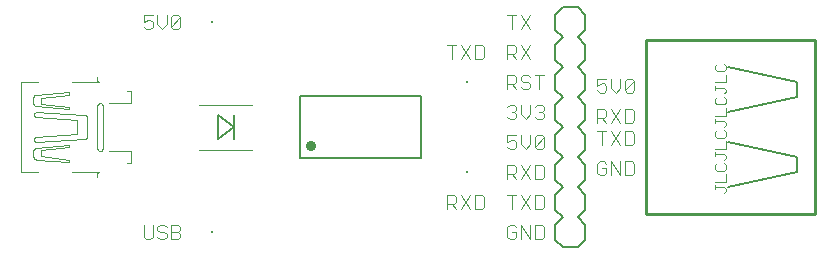
<source format=gto>
G75*
%MOIN*%
%OFA0B0*%
%FSLAX25Y25*%
%IPPOS*%
%LPD*%
%AMOC8*
5,1,8,0,0,1.08239X$1,22.5*
%
%ADD10C,0.00400*%
%ADD11C,0.00300*%
%ADD12C,0.00800*%
%ADD13C,0.03482*%
%ADD14R,0.00787X0.00787*%
%ADD15C,0.01000*%
%ADD16C,0.00600*%
D10*
X0042200Y0015067D02*
X0042967Y0014300D01*
X0044502Y0014300D01*
X0045269Y0015067D01*
X0045269Y0018904D01*
X0046804Y0018137D02*
X0046804Y0017369D01*
X0047571Y0016602D01*
X0049106Y0016602D01*
X0049873Y0015835D01*
X0049873Y0015067D01*
X0049106Y0014300D01*
X0047571Y0014300D01*
X0046804Y0015067D01*
X0042200Y0015067D02*
X0042200Y0018904D01*
X0046804Y0018137D02*
X0047571Y0018904D01*
X0049106Y0018904D01*
X0049873Y0018137D01*
X0051408Y0018904D02*
X0053710Y0018904D01*
X0054477Y0018137D01*
X0054477Y0017369D01*
X0053710Y0016602D01*
X0051408Y0016602D01*
X0053710Y0016602D02*
X0054477Y0015835D01*
X0054477Y0015067D01*
X0053710Y0014300D01*
X0051408Y0014300D01*
X0051408Y0018904D01*
X0026543Y0035046D02*
X0026543Y0035659D01*
X0026544Y0035659D02*
X0026546Y0035715D01*
X0026552Y0035770D01*
X0026561Y0035825D01*
X0026574Y0035879D01*
X0026591Y0035933D01*
X0026612Y0035984D01*
X0026636Y0036035D01*
X0026663Y0036084D01*
X0026694Y0036130D01*
X0026727Y0036175D01*
X0026764Y0036217D01*
X0026803Y0036256D01*
X0026845Y0036293D01*
X0026890Y0036326D01*
X0026936Y0036357D01*
X0026985Y0036384D01*
X0027036Y0036408D01*
X0027087Y0036429D01*
X0027141Y0036446D01*
X0027195Y0036459D01*
X0027250Y0036468D01*
X0027305Y0036474D01*
X0027361Y0036476D01*
X0018269Y0036476D01*
X0017346Y0039951D02*
X0017346Y0040769D01*
X0007944Y0041790D01*
X0007944Y0043834D01*
X0017346Y0044856D01*
X0017346Y0045674D01*
X0006514Y0044652D01*
X0006514Y0044651D02*
X0006448Y0044644D01*
X0006383Y0044633D01*
X0006318Y0044619D01*
X0006255Y0044601D01*
X0006192Y0044579D01*
X0006131Y0044554D01*
X0006071Y0044526D01*
X0006013Y0044494D01*
X0005957Y0044458D01*
X0005903Y0044420D01*
X0005852Y0044379D01*
X0005803Y0044335D01*
X0005756Y0044288D01*
X0005712Y0044238D01*
X0005671Y0044186D01*
X0005633Y0044132D01*
X0005598Y0044076D01*
X0005567Y0044018D01*
X0005539Y0043958D01*
X0005514Y0043896D01*
X0005493Y0043834D01*
X0005459Y0043719D01*
X0005429Y0043602D01*
X0005403Y0043485D01*
X0005381Y0043367D01*
X0005362Y0043249D01*
X0005347Y0043129D01*
X0005336Y0043010D01*
X0005328Y0042890D01*
X0005324Y0042770D01*
X0005324Y0042650D01*
X0005328Y0042530D01*
X0005336Y0042410D01*
X0005347Y0042291D01*
X0005362Y0042171D01*
X0005381Y0042053D01*
X0005403Y0041935D01*
X0005429Y0041818D01*
X0005459Y0041701D01*
X0005493Y0041586D01*
X0005514Y0041524D01*
X0005539Y0041462D01*
X0005567Y0041402D01*
X0005598Y0041344D01*
X0005633Y0041288D01*
X0005671Y0041234D01*
X0005712Y0041182D01*
X0005756Y0041132D01*
X0005803Y0041085D01*
X0005852Y0041041D01*
X0005903Y0041000D01*
X0005957Y0040962D01*
X0006013Y0040926D01*
X0006071Y0040894D01*
X0006131Y0040866D01*
X0006192Y0040841D01*
X0006255Y0040819D01*
X0006318Y0040801D01*
X0006383Y0040787D01*
X0006448Y0040776D01*
X0006514Y0040769D01*
X0017346Y0039951D01*
X0007120Y0036476D02*
X0001200Y0036476D01*
X0001200Y0036476D01*
X0001200Y0066724D01*
X0007119Y0066724D01*
X0006514Y0062432D02*
X0017346Y0063250D01*
X0017346Y0062432D01*
X0007944Y0061411D01*
X0007944Y0059367D01*
X0017346Y0058345D01*
X0017346Y0057527D01*
X0006514Y0058549D01*
X0006448Y0058556D01*
X0006383Y0058567D01*
X0006318Y0058581D01*
X0006255Y0058599D01*
X0006192Y0058621D01*
X0006131Y0058646D01*
X0006071Y0058674D01*
X0006013Y0058706D01*
X0005957Y0058742D01*
X0005903Y0058780D01*
X0005852Y0058821D01*
X0005803Y0058865D01*
X0005756Y0058912D01*
X0005712Y0058962D01*
X0005671Y0059014D01*
X0005633Y0059068D01*
X0005598Y0059124D01*
X0005567Y0059182D01*
X0005539Y0059242D01*
X0005514Y0059304D01*
X0005493Y0059366D01*
X0005493Y0059367D02*
X0005459Y0059482D01*
X0005429Y0059599D01*
X0005403Y0059716D01*
X0005381Y0059834D01*
X0005362Y0059952D01*
X0005347Y0060072D01*
X0005336Y0060191D01*
X0005328Y0060311D01*
X0005324Y0060431D01*
X0005324Y0060551D01*
X0005328Y0060671D01*
X0005336Y0060791D01*
X0005347Y0060910D01*
X0005362Y0061030D01*
X0005381Y0061148D01*
X0005403Y0061266D01*
X0005429Y0061383D01*
X0005459Y0061500D01*
X0005493Y0061615D01*
X0005514Y0061677D01*
X0005539Y0061739D01*
X0005567Y0061799D01*
X0005598Y0061857D01*
X0005633Y0061913D01*
X0005671Y0061967D01*
X0005712Y0062019D01*
X0005756Y0062069D01*
X0005803Y0062116D01*
X0005852Y0062160D01*
X0005903Y0062201D01*
X0005957Y0062239D01*
X0006013Y0062275D01*
X0006071Y0062307D01*
X0006131Y0062335D01*
X0006192Y0062360D01*
X0006255Y0062382D01*
X0006318Y0062400D01*
X0006383Y0062414D01*
X0006448Y0062425D01*
X0006514Y0062432D01*
X0018270Y0066724D02*
X0027361Y0066724D01*
X0027361Y0066725D02*
X0027305Y0066727D01*
X0027250Y0066733D01*
X0027195Y0066742D01*
X0027141Y0066755D01*
X0027087Y0066772D01*
X0027036Y0066793D01*
X0026985Y0066817D01*
X0026936Y0066844D01*
X0026890Y0066875D01*
X0026845Y0066908D01*
X0026803Y0066945D01*
X0026764Y0066984D01*
X0026727Y0067026D01*
X0026694Y0067071D01*
X0026663Y0067117D01*
X0026636Y0067166D01*
X0026612Y0067217D01*
X0026591Y0067268D01*
X0026574Y0067322D01*
X0026561Y0067376D01*
X0026552Y0067431D01*
X0026546Y0067486D01*
X0026544Y0067542D01*
X0026543Y0067542D02*
X0026543Y0068155D01*
X0036558Y0063454D02*
X0037989Y0063454D01*
X0038194Y0063454D02*
X0038194Y0059571D01*
X0037989Y0059572D02*
X0030631Y0059572D01*
X0028587Y0058754D02*
X0028587Y0044447D01*
X0028585Y0044392D01*
X0028579Y0044336D01*
X0028570Y0044281D01*
X0028557Y0044227D01*
X0028540Y0044174D01*
X0028519Y0044122D01*
X0028495Y0044071D01*
X0028468Y0044023D01*
X0028438Y0043976D01*
X0028404Y0043931D01*
X0028367Y0043889D01*
X0028328Y0043850D01*
X0028286Y0043813D01*
X0028241Y0043779D01*
X0028194Y0043749D01*
X0028146Y0043722D01*
X0028095Y0043698D01*
X0028043Y0043677D01*
X0027990Y0043660D01*
X0027936Y0043647D01*
X0027881Y0043638D01*
X0027825Y0043632D01*
X0027770Y0043630D01*
X0027769Y0043630D02*
X0027707Y0043632D01*
X0027646Y0043638D01*
X0027585Y0043647D01*
X0027524Y0043660D01*
X0027465Y0043677D01*
X0027407Y0043697D01*
X0027350Y0043720D01*
X0027294Y0043747D01*
X0027240Y0043778D01*
X0027189Y0043811D01*
X0027139Y0043848D01*
X0027092Y0043887D01*
X0027047Y0043930D01*
X0027004Y0043975D01*
X0026965Y0044022D01*
X0026928Y0044072D01*
X0026895Y0044123D01*
X0026864Y0044177D01*
X0026837Y0044233D01*
X0026814Y0044290D01*
X0026794Y0044348D01*
X0026777Y0044407D01*
X0026764Y0044468D01*
X0026755Y0044529D01*
X0026749Y0044590D01*
X0026747Y0044652D01*
X0026748Y0044651D02*
X0026748Y0058549D01*
X0026750Y0058611D01*
X0026755Y0058673D01*
X0026765Y0058734D01*
X0026778Y0058794D01*
X0026794Y0058853D01*
X0026814Y0058912D01*
X0026838Y0058969D01*
X0026865Y0059024D01*
X0026895Y0059078D01*
X0026929Y0059130D01*
X0026966Y0059179D01*
X0027005Y0059227D01*
X0027047Y0059272D01*
X0027092Y0059314D01*
X0027140Y0059353D01*
X0027189Y0059390D01*
X0027241Y0059424D01*
X0027295Y0059454D01*
X0027350Y0059481D01*
X0027407Y0059505D01*
X0027466Y0059525D01*
X0027525Y0059541D01*
X0027585Y0059554D01*
X0027646Y0059564D01*
X0027708Y0059569D01*
X0027770Y0059571D01*
X0027769Y0059571D01*
X0027770Y0059571D02*
X0027825Y0059569D01*
X0027881Y0059563D01*
X0027936Y0059554D01*
X0027990Y0059541D01*
X0028043Y0059524D01*
X0028095Y0059503D01*
X0028146Y0059479D01*
X0028194Y0059452D01*
X0028241Y0059422D01*
X0028286Y0059388D01*
X0028328Y0059351D01*
X0028367Y0059312D01*
X0028404Y0059270D01*
X0028438Y0059225D01*
X0028468Y0059178D01*
X0028495Y0059130D01*
X0028519Y0059079D01*
X0028540Y0059027D01*
X0028557Y0058974D01*
X0028570Y0058920D01*
X0028579Y0058865D01*
X0028585Y0058809D01*
X0028587Y0058754D01*
X0023273Y0054870D02*
X0023273Y0048331D01*
X0023268Y0048274D01*
X0023259Y0048217D01*
X0023246Y0048161D01*
X0023230Y0048105D01*
X0023210Y0048051D01*
X0023187Y0047999D01*
X0023160Y0047948D01*
X0023130Y0047899D01*
X0023096Y0047852D01*
X0023060Y0047808D01*
X0023021Y0047766D01*
X0022979Y0047726D01*
X0022934Y0047690D01*
X0022887Y0047657D01*
X0022838Y0047626D01*
X0022787Y0047600D01*
X0022735Y0047576D01*
X0022681Y0047556D01*
X0022626Y0047540D01*
X0022570Y0047527D01*
X0022513Y0047518D01*
X0022456Y0047513D01*
X0006514Y0046696D01*
X0006458Y0046698D01*
X0006403Y0046704D01*
X0006348Y0046713D01*
X0006294Y0046726D01*
X0006240Y0046743D01*
X0006189Y0046764D01*
X0006138Y0046788D01*
X0006089Y0046815D01*
X0006043Y0046846D01*
X0005998Y0046879D01*
X0005956Y0046916D01*
X0005917Y0046955D01*
X0005880Y0046997D01*
X0005847Y0047042D01*
X0005816Y0047088D01*
X0005789Y0047137D01*
X0005765Y0047188D01*
X0005744Y0047239D01*
X0005727Y0047293D01*
X0005714Y0047347D01*
X0005705Y0047402D01*
X0005699Y0047457D01*
X0005697Y0047513D01*
X0005699Y0047569D01*
X0005705Y0047624D01*
X0005714Y0047679D01*
X0005727Y0047733D01*
X0005744Y0047787D01*
X0005765Y0047838D01*
X0005789Y0047889D01*
X0005816Y0047938D01*
X0005847Y0047984D01*
X0005880Y0048029D01*
X0005917Y0048071D01*
X0005956Y0048110D01*
X0005998Y0048147D01*
X0006043Y0048180D01*
X0006089Y0048211D01*
X0006138Y0048238D01*
X0006189Y0048262D01*
X0006240Y0048283D01*
X0006294Y0048300D01*
X0006348Y0048313D01*
X0006403Y0048322D01*
X0006458Y0048328D01*
X0006514Y0048330D01*
X0006514Y0048331D02*
X0020003Y0049148D01*
X0020003Y0054054D01*
X0020003Y0054053D02*
X0006514Y0054870D01*
X0006458Y0054872D01*
X0006403Y0054878D01*
X0006348Y0054887D01*
X0006294Y0054900D01*
X0006240Y0054917D01*
X0006189Y0054938D01*
X0006138Y0054962D01*
X0006089Y0054989D01*
X0006043Y0055020D01*
X0005998Y0055053D01*
X0005956Y0055090D01*
X0005917Y0055129D01*
X0005880Y0055171D01*
X0005847Y0055216D01*
X0005816Y0055262D01*
X0005789Y0055311D01*
X0005765Y0055362D01*
X0005744Y0055413D01*
X0005727Y0055467D01*
X0005714Y0055521D01*
X0005705Y0055576D01*
X0005699Y0055631D01*
X0005697Y0055687D01*
X0005696Y0055688D02*
X0005696Y0055687D01*
X0005697Y0055688D02*
X0005699Y0055744D01*
X0005705Y0055799D01*
X0005714Y0055854D01*
X0005727Y0055908D01*
X0005744Y0055962D01*
X0005765Y0056013D01*
X0005789Y0056064D01*
X0005816Y0056113D01*
X0005847Y0056159D01*
X0005880Y0056204D01*
X0005917Y0056246D01*
X0005956Y0056285D01*
X0005998Y0056322D01*
X0006043Y0056355D01*
X0006089Y0056386D01*
X0006138Y0056413D01*
X0006189Y0056437D01*
X0006240Y0056458D01*
X0006294Y0056475D01*
X0006348Y0056488D01*
X0006403Y0056497D01*
X0006458Y0056503D01*
X0006514Y0056505D01*
X0022456Y0055688D01*
X0022514Y0055683D01*
X0022570Y0055674D01*
X0022627Y0055661D01*
X0022682Y0055645D01*
X0022736Y0055625D01*
X0022788Y0055602D01*
X0022839Y0055575D01*
X0022888Y0055544D01*
X0022935Y0055511D01*
X0022979Y0055475D01*
X0023022Y0055435D01*
X0023061Y0055393D01*
X0023097Y0055349D01*
X0023131Y0055302D01*
X0023161Y0055253D01*
X0023188Y0055202D01*
X0023211Y0055149D01*
X0023231Y0055095D01*
X0023247Y0055040D01*
X0023260Y0054984D01*
X0023269Y0054927D01*
X0023274Y0054870D01*
X0030631Y0043629D02*
X0037989Y0043629D01*
X0038193Y0043630D02*
X0038193Y0039746D01*
X0037989Y0039746D02*
X0036558Y0039746D01*
X0060600Y0044100D02*
X0078400Y0044100D01*
X0078400Y0059100D02*
X0060600Y0059100D01*
X0053710Y0084300D02*
X0052175Y0084300D01*
X0051408Y0085067D01*
X0054477Y0088137D01*
X0054477Y0085067D01*
X0053710Y0084300D01*
X0051408Y0085067D02*
X0051408Y0088137D01*
X0052175Y0088904D01*
X0053710Y0088904D01*
X0054477Y0088137D01*
X0049873Y0088904D02*
X0049873Y0085835D01*
X0048339Y0084300D01*
X0046804Y0085835D01*
X0046804Y0088904D01*
X0045269Y0088904D02*
X0042200Y0088904D01*
X0042200Y0086602D01*
X0043735Y0087369D01*
X0044502Y0087369D01*
X0045269Y0086602D01*
X0045269Y0085067D01*
X0044502Y0084300D01*
X0042967Y0084300D01*
X0042200Y0085067D01*
X0143450Y0078904D02*
X0146519Y0078904D01*
X0144985Y0078904D02*
X0144985Y0074300D01*
X0148054Y0074300D02*
X0151123Y0078904D01*
X0152658Y0078904D02*
X0154960Y0078904D01*
X0155727Y0078137D01*
X0155727Y0075067D01*
X0154960Y0074300D01*
X0152658Y0074300D01*
X0152658Y0078904D01*
X0148054Y0078904D02*
X0151123Y0074300D01*
X0163450Y0074300D02*
X0163450Y0078904D01*
X0165752Y0078904D01*
X0166519Y0078137D01*
X0166519Y0076602D01*
X0165752Y0075835D01*
X0163450Y0075835D01*
X0164985Y0075835D02*
X0166519Y0074300D01*
X0168054Y0074300D02*
X0171123Y0078904D01*
X0168054Y0078904D02*
X0171123Y0074300D01*
X0170356Y0068904D02*
X0168821Y0068904D01*
X0168054Y0068137D01*
X0168054Y0067369D01*
X0168821Y0066602D01*
X0170356Y0066602D01*
X0171123Y0065835D01*
X0171123Y0065067D01*
X0170356Y0064300D01*
X0168821Y0064300D01*
X0168054Y0065067D01*
X0166519Y0064300D02*
X0164985Y0065835D01*
X0165752Y0065835D02*
X0163450Y0065835D01*
X0163450Y0064300D02*
X0163450Y0068904D01*
X0165752Y0068904D01*
X0166519Y0068137D01*
X0166519Y0066602D01*
X0165752Y0065835D01*
X0170356Y0068904D02*
X0171123Y0068137D01*
X0172658Y0068904D02*
X0175727Y0068904D01*
X0174192Y0068904D02*
X0174192Y0064300D01*
X0173425Y0058904D02*
X0174960Y0058904D01*
X0175727Y0058137D01*
X0175727Y0057369D01*
X0174960Y0056602D01*
X0175727Y0055835D01*
X0175727Y0055067D01*
X0174960Y0054300D01*
X0173425Y0054300D01*
X0172658Y0055067D01*
X0171123Y0055835D02*
X0169589Y0054300D01*
X0168054Y0055835D01*
X0168054Y0058904D01*
X0166519Y0058137D02*
X0166519Y0057369D01*
X0165752Y0056602D01*
X0166519Y0055835D01*
X0166519Y0055067D01*
X0165752Y0054300D01*
X0164217Y0054300D01*
X0163450Y0055067D01*
X0164985Y0056602D02*
X0165752Y0056602D01*
X0166519Y0058137D02*
X0165752Y0058904D01*
X0164217Y0058904D01*
X0163450Y0058137D01*
X0171123Y0058904D02*
X0171123Y0055835D01*
X0174192Y0056602D02*
X0174960Y0056602D01*
X0172658Y0058137D02*
X0173425Y0058904D01*
X0193450Y0057654D02*
X0193450Y0053050D01*
X0193450Y0054585D02*
X0195752Y0054585D01*
X0196519Y0055352D01*
X0196519Y0056887D01*
X0195752Y0057654D01*
X0193450Y0057654D01*
X0198054Y0057654D02*
X0201123Y0053050D01*
X0202658Y0053050D02*
X0204960Y0053050D01*
X0205727Y0053817D01*
X0205727Y0056887D01*
X0204960Y0057654D01*
X0202658Y0057654D01*
X0202658Y0053050D01*
X0198054Y0053050D02*
X0201123Y0057654D01*
X0196519Y0053050D02*
X0194985Y0054585D01*
X0194985Y0050154D02*
X0194985Y0045550D01*
X0198054Y0045550D02*
X0201123Y0050154D01*
X0202658Y0050154D02*
X0204960Y0050154D01*
X0205727Y0049387D01*
X0205727Y0046317D01*
X0204960Y0045550D01*
X0202658Y0045550D01*
X0202658Y0050154D01*
X0198054Y0050154D02*
X0201123Y0045550D01*
X0196519Y0050154D02*
X0193450Y0050154D01*
X0175727Y0048137D02*
X0175727Y0045067D01*
X0174960Y0044300D01*
X0173425Y0044300D01*
X0172658Y0045067D01*
X0175727Y0048137D01*
X0174960Y0048904D01*
X0173425Y0048904D01*
X0172658Y0048137D01*
X0172658Y0045067D01*
X0171123Y0045835D02*
X0169589Y0044300D01*
X0168054Y0045835D01*
X0168054Y0048904D01*
X0166519Y0048904D02*
X0163450Y0048904D01*
X0163450Y0046602D01*
X0164985Y0047369D01*
X0165752Y0047369D01*
X0166519Y0046602D01*
X0166519Y0045067D01*
X0165752Y0044300D01*
X0164217Y0044300D01*
X0163450Y0045067D01*
X0171123Y0045835D02*
X0171123Y0048904D01*
X0193450Y0039387D02*
X0193450Y0036317D01*
X0194217Y0035550D01*
X0195752Y0035550D01*
X0196519Y0036317D01*
X0196519Y0037852D01*
X0194985Y0037852D01*
X0196519Y0039387D02*
X0195752Y0040154D01*
X0194217Y0040154D01*
X0193450Y0039387D01*
X0198054Y0040154D02*
X0201123Y0035550D01*
X0201123Y0040154D01*
X0202658Y0040154D02*
X0204960Y0040154D01*
X0205727Y0039387D01*
X0205727Y0036317D01*
X0204960Y0035550D01*
X0202658Y0035550D01*
X0202658Y0040154D01*
X0198054Y0040154D02*
X0198054Y0035550D01*
X0175727Y0035067D02*
X0175727Y0038137D01*
X0174960Y0038904D01*
X0172658Y0038904D01*
X0172658Y0034300D01*
X0174960Y0034300D01*
X0175727Y0035067D01*
X0171123Y0034300D02*
X0168054Y0038904D01*
X0166519Y0038137D02*
X0166519Y0036602D01*
X0165752Y0035835D01*
X0163450Y0035835D01*
X0164985Y0035835D02*
X0166519Y0034300D01*
X0168054Y0034300D02*
X0171123Y0038904D01*
X0166519Y0038137D02*
X0165752Y0038904D01*
X0163450Y0038904D01*
X0163450Y0034300D01*
X0163450Y0028904D02*
X0166519Y0028904D01*
X0164985Y0028904D02*
X0164985Y0024300D01*
X0168054Y0024300D02*
X0171123Y0028904D01*
X0172658Y0028904D02*
X0174960Y0028904D01*
X0175727Y0028137D01*
X0175727Y0025067D01*
X0174960Y0024300D01*
X0172658Y0024300D01*
X0172658Y0028904D01*
X0168054Y0028904D02*
X0171123Y0024300D01*
X0171123Y0018904D02*
X0171123Y0014300D01*
X0168054Y0018904D01*
X0168054Y0014300D01*
X0166519Y0015067D02*
X0166519Y0016602D01*
X0164985Y0016602D01*
X0166519Y0018137D02*
X0165752Y0018904D01*
X0164217Y0018904D01*
X0163450Y0018137D01*
X0163450Y0015067D01*
X0164217Y0014300D01*
X0165752Y0014300D01*
X0166519Y0015067D01*
X0172658Y0014300D02*
X0174960Y0014300D01*
X0175727Y0015067D01*
X0175727Y0018137D01*
X0174960Y0018904D01*
X0172658Y0018904D01*
X0172658Y0014300D01*
X0155727Y0025067D02*
X0154960Y0024300D01*
X0152658Y0024300D01*
X0152658Y0028904D01*
X0154960Y0028904D01*
X0155727Y0028137D01*
X0155727Y0025067D01*
X0151123Y0024300D02*
X0148054Y0028904D01*
X0146519Y0028137D02*
X0146519Y0026602D01*
X0145752Y0025835D01*
X0143450Y0025835D01*
X0144985Y0025835D02*
X0146519Y0024300D01*
X0148054Y0024300D02*
X0151123Y0028904D01*
X0146519Y0028137D02*
X0145752Y0028904D01*
X0143450Y0028904D01*
X0143450Y0024300D01*
X0193450Y0063817D02*
X0194217Y0063050D01*
X0195752Y0063050D01*
X0196519Y0063817D01*
X0196519Y0065352D01*
X0195752Y0066119D01*
X0194985Y0066119D01*
X0193450Y0065352D01*
X0193450Y0067654D01*
X0196519Y0067654D01*
X0198054Y0067654D02*
X0198054Y0064585D01*
X0199589Y0063050D01*
X0201123Y0064585D01*
X0201123Y0067654D01*
X0202658Y0066887D02*
X0203425Y0067654D01*
X0204960Y0067654D01*
X0205727Y0066887D01*
X0202658Y0063817D01*
X0203425Y0063050D01*
X0204960Y0063050D01*
X0205727Y0063817D01*
X0205727Y0066887D01*
X0202658Y0066887D02*
X0202658Y0063817D01*
X0171123Y0084300D02*
X0168054Y0088904D01*
X0166519Y0088904D02*
X0163450Y0088904D01*
X0164985Y0088904D02*
X0164985Y0084300D01*
X0168054Y0084300D02*
X0171123Y0088904D01*
D11*
X0232647Y0072017D02*
X0232647Y0070783D01*
X0233264Y0070166D01*
X0235733Y0070166D01*
X0236350Y0070783D01*
X0236350Y0072017D01*
X0235733Y0072634D01*
X0233264Y0072634D02*
X0232647Y0072017D01*
X0236350Y0068951D02*
X0236350Y0066483D01*
X0232647Y0066483D01*
X0232647Y0065268D02*
X0232647Y0064034D01*
X0232647Y0064651D02*
X0235733Y0064651D01*
X0236350Y0064034D01*
X0236350Y0063417D01*
X0235733Y0062799D01*
X0235733Y0061585D02*
X0236350Y0060968D01*
X0236350Y0059733D01*
X0235733Y0059116D01*
X0233264Y0059116D01*
X0232647Y0059733D01*
X0232647Y0060968D01*
X0233264Y0061585D01*
X0236350Y0057902D02*
X0236350Y0055433D01*
X0232647Y0055433D01*
X0232647Y0054219D02*
X0232647Y0052984D01*
X0232647Y0053602D02*
X0235733Y0053602D01*
X0236350Y0052984D01*
X0236350Y0052367D01*
X0235733Y0051750D01*
X0235733Y0050536D02*
X0236350Y0049918D01*
X0236350Y0048684D01*
X0235733Y0048067D01*
X0233264Y0048067D01*
X0232647Y0048684D01*
X0232647Y0049918D01*
X0233264Y0050536D01*
X0236350Y0046852D02*
X0236350Y0044384D01*
X0232647Y0044384D01*
X0232647Y0043169D02*
X0232647Y0041935D01*
X0232647Y0042552D02*
X0235733Y0042552D01*
X0236350Y0041935D01*
X0236350Y0041318D01*
X0235733Y0040701D01*
X0235733Y0039486D02*
X0236350Y0038869D01*
X0236350Y0037635D01*
X0235733Y0037017D01*
X0233264Y0037017D01*
X0232647Y0037635D01*
X0232647Y0038869D01*
X0233264Y0039486D01*
X0236350Y0035803D02*
X0236350Y0033334D01*
X0232647Y0033334D01*
X0232647Y0032120D02*
X0232647Y0030886D01*
X0232647Y0031503D02*
X0235733Y0031503D01*
X0236350Y0030886D01*
X0236350Y0030268D01*
X0235733Y0029651D01*
D12*
X0134579Y0041364D02*
X0134579Y0061836D01*
X0094421Y0061836D01*
X0094421Y0041364D01*
X0134579Y0041364D01*
X0072374Y0047663D02*
X0072374Y0055537D01*
X0072374Y0051600D02*
X0066969Y0055537D01*
X0066969Y0047663D01*
X0072374Y0051600D01*
D13*
X0097965Y0045202D03*
D14*
X0149894Y0036600D03*
X0149894Y0066600D03*
X0064894Y0086600D03*
X0064894Y0016600D03*
D15*
X0209569Y0022466D02*
X0265868Y0022466D01*
X0265868Y0080734D01*
X0209569Y0080734D01*
X0209569Y0022466D01*
D16*
X0189500Y0024100D02*
X0189500Y0029100D01*
X0187000Y0031600D01*
X0189500Y0034100D01*
X0189500Y0039100D01*
X0187000Y0041600D01*
X0189500Y0044100D01*
X0189500Y0049100D01*
X0187000Y0051600D01*
X0189500Y0054100D01*
X0189500Y0059100D01*
X0187000Y0061600D01*
X0189500Y0064100D01*
X0189500Y0069100D01*
X0187000Y0071600D01*
X0189500Y0074100D01*
X0189500Y0079100D01*
X0187000Y0081600D01*
X0189500Y0084100D01*
X0189500Y0089100D01*
X0187000Y0091600D01*
X0182000Y0091600D01*
X0179500Y0089100D01*
X0179500Y0084100D01*
X0182000Y0081600D01*
X0179500Y0079100D01*
X0179500Y0074100D01*
X0182000Y0071600D01*
X0179500Y0069100D01*
X0179500Y0064100D01*
X0182000Y0061600D01*
X0179500Y0059100D01*
X0179500Y0054100D01*
X0182000Y0051600D01*
X0179500Y0049100D01*
X0179500Y0044100D01*
X0182000Y0041600D01*
X0179500Y0039100D01*
X0179500Y0034100D01*
X0182000Y0031600D01*
X0179500Y0029100D01*
X0179500Y0024100D01*
X0182000Y0021600D01*
X0179500Y0019100D01*
X0179500Y0014100D01*
X0182000Y0011600D01*
X0187000Y0011600D01*
X0189500Y0014100D01*
X0189500Y0019100D01*
X0187000Y0021600D01*
X0189500Y0024100D01*
X0237049Y0031600D02*
X0260081Y0036600D01*
X0260081Y0041600D01*
X0237049Y0046600D01*
X0237049Y0056600D02*
X0260081Y0061600D01*
X0260081Y0066600D01*
X0237049Y0071600D01*
M02*

</source>
